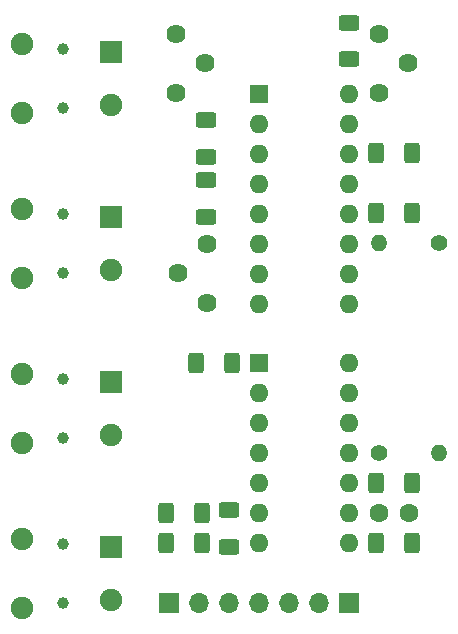
<source format=gbr>
%TF.GenerationSoftware,KiCad,Pcbnew,(6.0.5)*%
%TF.CreationDate,2023-05-17T00:25:04-04:00*%
%TF.ProjectId,as3340_no_mux,61733333-3430-45f6-9e6f-5f6d75782e6b,rev?*%
%TF.SameCoordinates,Original*%
%TF.FileFunction,Soldermask,Top*%
%TF.FilePolarity,Negative*%
%FSLAX46Y46*%
G04 Gerber Fmt 4.6, Leading zero omitted, Abs format (unit mm)*
G04 Created by KiCad (PCBNEW (6.0.5)) date 2023-05-17 00:25:04*
%MOMM*%
%LPD*%
G01*
G04 APERTURE LIST*
G04 Aperture macros list*
%AMRoundRect*
0 Rectangle with rounded corners*
0 $1 Rounding radius*
0 $2 $3 $4 $5 $6 $7 $8 $9 X,Y pos of 4 corners*
0 Add a 4 corners polygon primitive as box body*
4,1,4,$2,$3,$4,$5,$6,$7,$8,$9,$2,$3,0*
0 Add four circle primitives for the rounded corners*
1,1,$1+$1,$2,$3*
1,1,$1+$1,$4,$5*
1,1,$1+$1,$6,$7*
1,1,$1+$1,$8,$9*
0 Add four rect primitives between the rounded corners*
20,1,$1+$1,$2,$3,$4,$5,0*
20,1,$1+$1,$4,$5,$6,$7,0*
20,1,$1+$1,$6,$7,$8,$9,0*
20,1,$1+$1,$8,$9,$2,$3,0*%
G04 Aperture macros list end*
%ADD10C,1.620000*%
%ADD11R,1.700000X1.700000*%
%ADD12RoundRect,0.250000X-0.625000X0.400000X-0.625000X-0.400000X0.625000X-0.400000X0.625000X0.400000X0*%
%ADD13C,1.000000*%
%ADD14R,1.900000X1.900000*%
%ADD15C,1.900000*%
%ADD16R,1.600000X1.600000*%
%ADD17O,1.600000X1.600000*%
%ADD18C,1.400000*%
%ADD19O,1.400000X1.400000*%
%ADD20C,1.600000*%
%ADD21RoundRect,0.250000X-0.400000X-0.625000X0.400000X-0.625000X0.400000X0.625000X-0.400000X0.625000X0*%
%ADD22O,1.700000X1.700000*%
%ADD23RoundRect,0.250000X0.625000X-0.400000X0.625000X0.400000X-0.625000X0.400000X-0.625000X-0.400000X0*%
%ADD24RoundRect,0.250000X0.400000X0.625000X-0.400000X0.625000X-0.400000X-0.625000X0.400000X-0.625000X0*%
G04 APERTURE END LIST*
D10*
%TO.C,SineShapeTrim1*%
X109910000Y-126960000D03*
X107410000Y-124460000D03*
X109910000Y-121960000D03*
%TD*%
D11*
%TO.C,J26*%
X106680000Y-152400000D03*
%TD*%
D12*
%TO.C,R64*%
X111760000Y-144500000D03*
X111760000Y-147600000D03*
%TD*%
D13*
%TO.C,J12*%
X97750000Y-138390000D03*
X97750000Y-133390000D03*
D14*
X101750000Y-133640000D03*
D15*
X101750000Y-138140000D03*
X94250000Y-132990000D03*
X94250000Y-138790000D03*
%TD*%
D16*
%TO.C,U4*%
X114310000Y-132075000D03*
D17*
X114310000Y-134615000D03*
X114310000Y-137155000D03*
X114310000Y-139695000D03*
X114310000Y-142235000D03*
X114310000Y-144775000D03*
X114310000Y-147315000D03*
X121930000Y-147315000D03*
X121930000Y-144775000D03*
X121930000Y-142235000D03*
X121930000Y-139695000D03*
X121930000Y-137155000D03*
X121930000Y-134615000D03*
X121930000Y-132075000D03*
%TD*%
D18*
%TO.C,R60*%
X124460000Y-139700000D03*
D19*
X129540000Y-139700000D03*
%TD*%
D20*
%TO.C,D1*%
X127000000Y-144780000D03*
X124500000Y-144780000D03*
%TD*%
D21*
%TO.C,R66*%
X124180000Y-147320000D03*
X127280000Y-147320000D03*
%TD*%
D11*
%TO.C,J23*%
X121920000Y-152400000D03*
D22*
X119380000Y-152400000D03*
X116840000Y-152400000D03*
X114300000Y-152400000D03*
X111760000Y-152400000D03*
X109220000Y-152400000D03*
%TD*%
D23*
%TO.C,R55*%
X109855000Y-114580000D03*
X109855000Y-111480000D03*
%TD*%
D12*
%TO.C,R54*%
X109855000Y-116560000D03*
X109855000Y-119660000D03*
%TD*%
D24*
%TO.C,R1*%
X127280000Y-119380000D03*
X124180000Y-119380000D03*
%TD*%
D21*
%TO.C,R62*%
X106400000Y-144780000D03*
X109500000Y-144780000D03*
%TD*%
D16*
%TO.C,U1*%
X114310000Y-109235000D03*
D17*
X114310000Y-111775000D03*
X114310000Y-114315000D03*
X114310000Y-116855000D03*
X114310000Y-119395000D03*
X114310000Y-121935000D03*
X114310000Y-124475000D03*
X114310000Y-127015000D03*
X121930000Y-127015000D03*
X121930000Y-124475000D03*
X121930000Y-121935000D03*
X121930000Y-119395000D03*
X121930000Y-116855000D03*
X121930000Y-114315000D03*
X121930000Y-111775000D03*
X121930000Y-109235000D03*
%TD*%
D10*
%TO.C,SineBiasTrim1*%
X107260000Y-104180000D03*
X109760000Y-106680000D03*
X107260000Y-109180000D03*
%TD*%
D24*
%TO.C,R69*%
X112040000Y-132080000D03*
X108940000Y-132080000D03*
%TD*%
D13*
%TO.C,J13*%
X97750000Y-124420000D03*
X97750000Y-119420000D03*
D14*
X101750000Y-119670000D03*
D15*
X101750000Y-124170000D03*
X94250000Y-124820000D03*
X94250000Y-119020000D03*
%TD*%
D13*
%TO.C,J14*%
X97750000Y-110450000D03*
X97750000Y-105450000D03*
D14*
X101750000Y-105700000D03*
D15*
X101750000Y-110200000D03*
X94250000Y-110850000D03*
X94250000Y-105050000D03*
%TD*%
D24*
%TO.C,R68*%
X109500000Y-147320000D03*
X106400000Y-147320000D03*
%TD*%
D18*
%TO.C,R37*%
X129540000Y-121920000D03*
D19*
X124460000Y-121920000D03*
%TD*%
D24*
%TO.C,R58*%
X127280000Y-142240000D03*
X124180000Y-142240000D03*
%TD*%
D13*
%TO.C,J15*%
X97750000Y-152360000D03*
X97750000Y-147360000D03*
D14*
X101750000Y-147610000D03*
D15*
X101750000Y-152110000D03*
X94250000Y-152760000D03*
X94250000Y-146960000D03*
%TD*%
D24*
%TO.C,R51*%
X127280000Y-114300000D03*
X124180000Y-114300000D03*
%TD*%
D10*
%TO.C,SineLevelTrim1*%
X124460000Y-104180000D03*
X126960000Y-106680000D03*
X124460000Y-109180000D03*
%TD*%
D12*
%TO.C,R36*%
X121920000Y-103225000D03*
X121920000Y-106325000D03*
%TD*%
M02*

</source>
